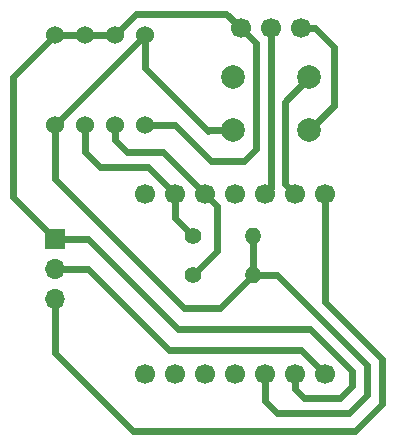
<source format=gbr>
G04 #@! TF.GenerationSoftware,KiCad,Pcbnew,(6.0.11)*
G04 #@! TF.CreationDate,2023-06-04T23:01:32+09:00*
G04 #@! TF.ProjectId,gyro_board,6779726f-5f62-46f6-9172-642e6b696361,rev?*
G04 #@! TF.SameCoordinates,Original*
G04 #@! TF.FileFunction,Copper,L2,Bot*
G04 #@! TF.FilePolarity,Positive*
%FSLAX46Y46*%
G04 Gerber Fmt 4.6, Leading zero omitted, Abs format (unit mm)*
G04 Created by KiCad (PCBNEW (6.0.11)) date 2023-06-04 23:01:32*
%MOMM*%
%LPD*%
G01*
G04 APERTURE LIST*
G04 #@! TA.AperFunction,ComponentPad*
%ADD10C,1.700000*%
G04 #@! TD*
G04 #@! TA.AperFunction,ComponentPad*
%ADD11C,1.524000*%
G04 #@! TD*
G04 #@! TA.AperFunction,ComponentPad*
%ADD12O,1.700000X1.700000*%
G04 #@! TD*
G04 #@! TA.AperFunction,ComponentPad*
%ADD13R,1.700000X1.700000*%
G04 #@! TD*
G04 #@! TA.AperFunction,ComponentPad*
%ADD14C,2.000000*%
G04 #@! TD*
G04 #@! TA.AperFunction,ComponentPad*
%ADD15C,1.400000*%
G04 #@! TD*
G04 #@! TA.AperFunction,ComponentPad*
%ADD16O,1.400000X1.400000*%
G04 #@! TD*
G04 #@! TA.AperFunction,Conductor*
%ADD17C,0.600000*%
G04 #@! TD*
G04 APERTURE END LIST*
D10*
X195834000Y-82042000D03*
X193294000Y-82042000D03*
X190754000Y-82042000D03*
X188214000Y-82042000D03*
X185674000Y-82042000D03*
X183134000Y-82042000D03*
X180594000Y-82042000D03*
X180594000Y-97282000D03*
X183134000Y-97282000D03*
X185674000Y-97282000D03*
X188214000Y-97282000D03*
X190754000Y-97282000D03*
X193294000Y-97282000D03*
X195834000Y-97282000D03*
X188722000Y-68026000D03*
X193802000Y-68026000D03*
X191262000Y-68026000D03*
D11*
X172974000Y-76200000D03*
X175514000Y-76200000D03*
X178054000Y-76200000D03*
X180594000Y-76200000D03*
X172974000Y-68580000D03*
X175514000Y-68580000D03*
X178054000Y-68580000D03*
X180594000Y-68580000D03*
D12*
X172974000Y-90932000D03*
X172974000Y-88392000D03*
D13*
X172974000Y-85852000D03*
D14*
X194512000Y-76672000D03*
X188012000Y-76672000D03*
X188012000Y-72172000D03*
X194512000Y-72172000D03*
D15*
X184658000Y-88900000D03*
D16*
X189738000Y-88900000D03*
D15*
X184658000Y-85598000D03*
D16*
X189738000Y-85598000D03*
D17*
X200660000Y-96012000D02*
X195834000Y-91186000D01*
X195834000Y-91186000D02*
X195834000Y-82042000D01*
X198374000Y-102108000D02*
X200660000Y-99822000D01*
X200660000Y-99822000D02*
X200660000Y-96012000D01*
X179578000Y-102108000D02*
X198374000Y-102108000D01*
X172974000Y-95504000D02*
X179578000Y-102108000D01*
X172974000Y-90932000D02*
X172974000Y-95504000D01*
X196596000Y-74588000D02*
X194512000Y-76672000D01*
X196596000Y-69596000D02*
X196596000Y-74588000D01*
X193802000Y-68026000D02*
X195026000Y-68026000D01*
X195026000Y-68026000D02*
X196596000Y-69596000D01*
X192444000Y-74240000D02*
X192444000Y-81192000D01*
X194512000Y-72172000D02*
X192444000Y-74240000D01*
X192444000Y-81192000D02*
X193294000Y-82042000D01*
X191262000Y-81534000D02*
X190754000Y-82042000D01*
X191262000Y-68026000D02*
X191262000Y-81534000D01*
X186182000Y-79248000D02*
X188976000Y-79248000D01*
X183134000Y-76200000D02*
X186182000Y-79248000D01*
X188976000Y-79248000D02*
X189992000Y-78232000D01*
X189992000Y-78232000D02*
X189992000Y-69296000D01*
X180594000Y-76200000D02*
X183134000Y-76200000D01*
X189992000Y-69296000D02*
X188722000Y-68026000D01*
X180594000Y-71374000D02*
X185928000Y-76708000D01*
X185928000Y-76708000D02*
X185964000Y-76672000D01*
X185964000Y-76672000D02*
X188012000Y-76672000D01*
X180594000Y-68580000D02*
X180594000Y-71374000D01*
X187498000Y-66802000D02*
X188722000Y-68026000D01*
X178054000Y-68580000D02*
X179832000Y-66802000D01*
X179832000Y-66802000D02*
X187498000Y-66802000D01*
X197104000Y-94234000D02*
X191770000Y-88900000D01*
X199390000Y-96520000D02*
X197104000Y-94234000D01*
X197866000Y-100584000D02*
X199390000Y-99060000D01*
X191770000Y-88900000D02*
X189738000Y-88900000D01*
X191770000Y-100584000D02*
X197866000Y-100584000D01*
X190754000Y-99568000D02*
X191770000Y-100584000D01*
X199390000Y-99060000D02*
X199390000Y-96520000D01*
X190754000Y-97282000D02*
X190754000Y-99568000D01*
X182626000Y-95250000D02*
X175768000Y-88392000D01*
X175768000Y-88392000D02*
X172974000Y-88392000D01*
X193802000Y-95250000D02*
X182626000Y-95250000D01*
X195834000Y-97282000D02*
X193802000Y-95250000D01*
X193294000Y-98552000D02*
X193294000Y-97282000D01*
X198120000Y-98298000D02*
X197104000Y-99314000D01*
X198120000Y-97028000D02*
X198120000Y-98298000D01*
X194564000Y-93472000D02*
X198120000Y-97028000D01*
X194056000Y-99314000D02*
X193294000Y-98552000D01*
X183388000Y-93472000D02*
X194564000Y-93472000D01*
X175768000Y-85852000D02*
X183388000Y-93472000D01*
X197104000Y-99314000D02*
X194056000Y-99314000D01*
X172974000Y-85852000D02*
X175768000Y-85852000D01*
X186690000Y-83058000D02*
X185674000Y-82042000D01*
X186690000Y-86868000D02*
X186690000Y-83058000D01*
X184658000Y-88900000D02*
X186690000Y-86868000D01*
X183134000Y-84074000D02*
X184658000Y-85598000D01*
X183134000Y-82042000D02*
X183134000Y-84074000D01*
X172974000Y-80772000D02*
X183896000Y-91694000D01*
X183896000Y-91694000D02*
X186944000Y-91694000D01*
X186944000Y-91694000D02*
X189738000Y-88900000D01*
X172974000Y-76200000D02*
X172974000Y-80772000D01*
X189738000Y-85598000D02*
X189738000Y-88900000D01*
X179070000Y-78486000D02*
X182118000Y-78486000D01*
X178054000Y-77470000D02*
X179070000Y-78486000D01*
X182118000Y-78486000D02*
X185674000Y-82042000D01*
X178054000Y-76200000D02*
X178054000Y-77470000D01*
X180848000Y-79756000D02*
X183134000Y-82042000D01*
X176784000Y-79756000D02*
X180848000Y-79756000D01*
X175514000Y-78486000D02*
X176784000Y-79756000D01*
X175514000Y-76200000D02*
X175514000Y-78486000D01*
X172974000Y-76200000D02*
X180594000Y-68580000D01*
X172974000Y-68580000D02*
X178054000Y-68580000D01*
X169418000Y-72136000D02*
X172974000Y-68580000D01*
X169418000Y-82296000D02*
X169418000Y-72136000D01*
X172974000Y-85852000D02*
X169418000Y-82296000D01*
M02*

</source>
